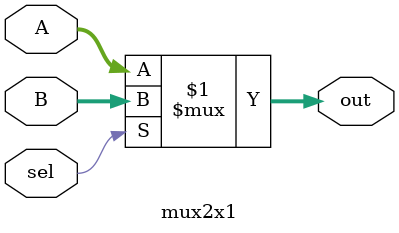
<source format=v>
module mux2x1 (
    input [31:0] A,    // Entrada 0 (32 bits fixos)
    input [31:0] B,    // Entrada 1 (32 bits fixos)
    input sel,         // Sinal de seleção
    output [31:0] out  // Saída (32 bits fixos)
);
    // Lógica combinacional direta
    assign out = sel ? B : A;
endmodule
</source>
